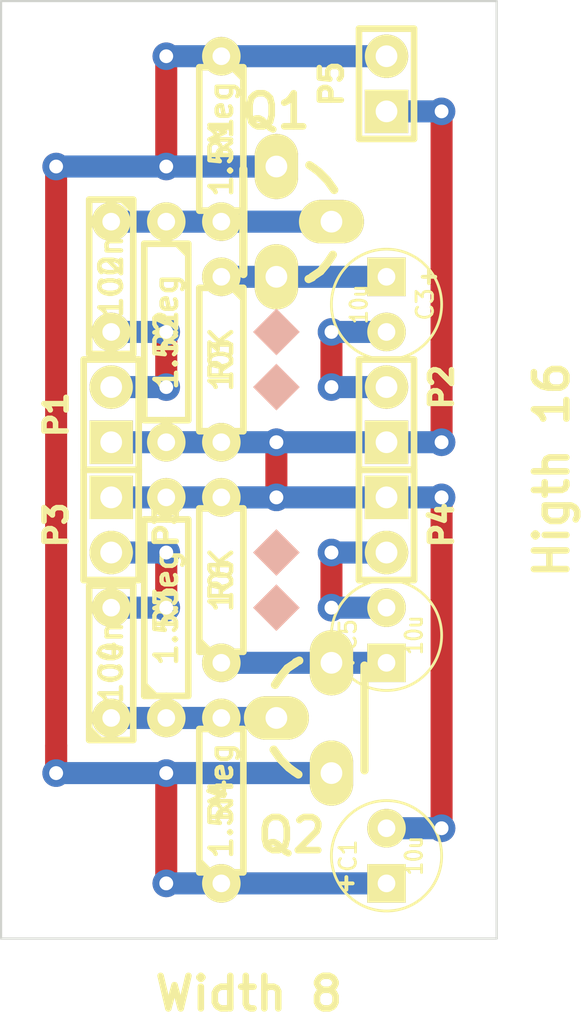
<source format=kicad_pcb>
(kicad_pcb (version 4) (host pcbnew "(2014-12-07 BZR 5316)-product")

  (general
    (links 32)
    (no_connects 0)
    (area 119.329999 81.229999 143.056429 124.510001)
    (thickness 1.6)
    (drawings 6)
    (tracks 84)
    (zones 0)
    (modules 24)
    (nets 11)
  )

  (page A4)
  (layers
    (0 F.Cu signal)
    (31 B.Cu signal)
    (32 B.Adhes user)
    (33 F.Adhes user)
    (34 B.Paste user)
    (35 F.Paste user)
    (36 B.SilkS user)
    (37 F.SilkS user)
    (38 B.Mask user)
    (39 F.Mask user)
    (40 Dwgs.User user)
    (41 Cmts.User user)
    (42 Eco1.User user)
    (43 Eco2.User user)
    (44 Edge.Cuts user)
    (45 Margin user)
    (46 B.CrtYd user)
    (47 F.CrtYd user)
    (48 B.Fab user)
    (49 F.Fab user)
  )

  (setup
    (last_trace_width 1.016)
    (trace_clearance 0.254)
    (zone_clearance 0.508)
    (zone_45_only no)
    (trace_min 0.254)
    (segment_width 0.2)
    (edge_width 0.1)
    (via_size 1.27)
    (via_drill 0.635)
    (via_min_size 0.889)
    (via_min_drill 0.508)
    (uvia_size 0.508)
    (uvia_drill 0.127)
    (uvias_allowed no)
    (uvia_min_size 0.508)
    (uvia_min_drill 0.127)
    (pcb_text_width 0.3)
    (pcb_text_size 1.5 1.5)
    (mod_edge_width 0.15)
    (mod_text_size 1 1)
    (mod_text_width 0.15)
    (pad_size 1.5 1.5)
    (pad_drill 0.6)
    (pad_to_mask_clearance 0)
    (aux_axis_origin 0 0)
    (visible_elements 7FFEFFFF)
    (pcbplotparams
      (layerselection 0x00030_80000001)
      (usegerberextensions false)
      (excludeedgelayer true)
      (linewidth 0.100000)
      (plotframeref false)
      (viasonmask false)
      (mode 1)
      (useauxorigin false)
      (hpglpennumber 1)
      (hpglpenspeed 20)
      (hpglpendiameter 15)
      (hpglpenoverlay 2)
      (psnegative false)
      (psa4output false)
      (plotreference true)
      (plotvalue true)
      (plotinvisibletext false)
      (padsonsilk false)
      (subtractmaskfromsilk false)
      (outputformat 1)
      (mirror false)
      (drillshape 1)
      (scaleselection 1)
      (outputdirectory ""))
  )

  (net 0 "")
  (net 1 V+)
  (net 2 GND)
  (net 3 "Net-(C2-Pad1)")
  (net 4 "Net-(C2-Pad2)")
  (net 5 "Net-(C3-Pad1)")
  (net 6 "Net-(C3-Pad2)")
  (net 7 "Net-(C4-Pad1)")
  (net 8 "Net-(C4-Pad2)")
  (net 9 "Net-(C5-Pad1)")
  (net 10 "Net-(C5-Pad2)")

  (net_class Default "This is the default net class."
    (clearance 0.254)
    (trace_width 1.016)
    (via_dia 1.27)
    (via_drill 0.635)
    (uvia_dia 0.508)
    (uvia_drill 0.127)
    (add_net GND)
    (add_net "Net-(C2-Pad1)")
    (add_net "Net-(C2-Pad2)")
    (add_net "Net-(C3-Pad1)")
    (add_net "Net-(C3-Pad2)")
    (add_net "Net-(C4-Pad1)")
    (add_net "Net-(C4-Pad2)")
    (add_net "Net-(C5-Pad1)")
    (add_net "Net-(C5-Pad2)")
    (add_net V+)
  )

  (module Housings_TO-92:TO-92-Free-rugged (layer F.Cu) (tedit 54397F7F) (tstamp 54B2E998)
    (at 134.62 114.3 180)
    (descr "TO-92 allgemein free molded rugged wide drill 1mm")
    (tags "TO-92 allgemein free molded rugged wide drill 1mm")
    (path /54B2DBCF)
    (fp_text reference Q2 (at 1.8415 -5.3975 180) (layer F.SilkS)
      (effects (font (thickness 0.3048)))
    )
    (fp_text value BS170 (at -0.635 5.334 180) (layer F.SilkS) hide
      (effects (font (thickness 0.3048)))
    )
    (fp_line (start 1.651 2.5654) (end 1.4859 2.6416) (layer F.SilkS) (width 0.381))
    (fp_line (start 2.6035 1.524) (end 2.3495 1.905) (layer F.SilkS) (width 0.381))
    (fp_line (start 2.3495 1.905) (end 2.032 2.286) (layer F.SilkS) (width 0.381))
    (fp_line (start 2.032 2.286) (end 1.651 2.54) (layer F.SilkS) (width 0.381))
    (fp_line (start 1.524 -2.6035) (end 1.7145 -2.4765) (layer F.SilkS) (width 0.381))
    (fp_line (start 1.7145 -2.4765) (end 1.9685 -2.286) (layer F.SilkS) (width 0.381))
    (fp_line (start 1.9685 -2.286) (end 2.3495 -1.905) (layer F.SilkS) (width 0.381))
    (fp_line (start 2.3495 -1.905) (end 2.667 -1.4605) (layer F.SilkS) (width 0.381))
    (fp_line (start -1.524 0) (end -1.524 2.413) (layer F.SilkS) (width 0.381))
    (fp_line (start -1.524 0) (end -1.524 -2.413) (layer F.SilkS) (width 0.381))
    (pad 2 thru_hole oval (at 2.54 0 180) (size 2.99974 1.99898) (drill 1.00076) (layers *.Cu *.Mask F.SilkS)
      (net 7 "Net-(C4-Pad1)"))
    (pad 1 thru_hole oval (at 0 -2.54 180) (size 1.99898 2.99974) (drill 1.00076) (layers *.Cu *.Mask F.SilkS)
      (net 1 V+))
    (pad 3 thru_hole oval (at 0 2.54 180) (size 1.99898 2.99974) (drill 1.00076) (layers *.Cu *.Mask F.SilkS)
      (net 9 "Net-(C5-Pad1)"))
  )

  (module Custom:SIL-2-LARGE_PADS (layer F.Cu) (tedit 5447964A) (tstamp 54B2EABE)
    (at 137.16 105.41 270)
    (descr "Connecteurs 2 pins")
    (tags "CONN DEV")
    (path /54B2DC17)
    (fp_text reference P4 (at 0 -2.54 270) (layer F.SilkS)
      (effects (font (size 1.016 1.016) (thickness 0.254)))
    )
    (fp_text value OutB (at 0 -2.54 270) (layer F.SilkS) hide
      (effects (font (size 1.016 1.016) (thickness 0.254)))
    )
    (fp_line (start -2.54 1.27) (end -2.54 -1.27) (layer F.SilkS) (width 0.3048))
    (fp_line (start -2.54 -1.27) (end 2.54 -1.27) (layer F.SilkS) (width 0.3048))
    (fp_line (start 2.54 -1.27) (end 2.54 1.27) (layer F.SilkS) (width 0.3048))
    (fp_line (start 2.54 1.27) (end -2.54 1.27) (layer F.SilkS) (width 0.3048))
    (pad 1 thru_hole rect (at -1.27 0 270) (size 2 2) (drill 1) (layers *.Cu *.Mask F.SilkS)
      (net 2 GND))
    (pad 2 thru_hole circle (at 1.27 0 270) (size 2 2) (drill 1) (layers *.Cu *.Mask F.SilkS)
      (net 10 "Net-(C5-Pad2)"))
  )

  (module Custom:SIL-2-LARGE_PADS (layer F.Cu) (tedit 54B2ED9C) (tstamp 54B2E98E)
    (at 124.46 105.41 270)
    (descr "Connecteurs 2 pins")
    (tags "CONN DEV")
    (path /54B2DC10)
    (fp_text reference P3 (at 0 2.54 270) (layer F.SilkS)
      (effects (font (size 1.016 1.016) (thickness 0.254)))
    )
    (fp_text value InB (at 0 -2.54 270) (layer F.SilkS) hide
      (effects (font (size 1.016 1.016) (thickness 0.254)))
    )
    (fp_line (start -2.54 1.27) (end -2.54 -1.27) (layer F.SilkS) (width 0.3048))
    (fp_line (start -2.54 -1.27) (end 2.54 -1.27) (layer F.SilkS) (width 0.3048))
    (fp_line (start 2.54 -1.27) (end 2.54 1.27) (layer F.SilkS) (width 0.3048))
    (fp_line (start 2.54 1.27) (end -2.54 1.27) (layer F.SilkS) (width 0.3048))
    (pad 1 thru_hole rect (at -1.27 0 270) (size 2 2) (drill 1) (layers *.Cu *.Mask F.SilkS)
      (net 2 GND))
    (pad 2 thru_hole circle (at 1.27 0 270) (size 2 2) (drill 1) (layers *.Cu *.Mask F.SilkS)
      (net 8 "Net-(C4-Pad2)"))
  )

  (module Custom:C1V5-LARGE_PADS (layer F.Cu) (tedit 545FB66B) (tstamp 54B2E989)
    (at 137.16 110.49 90)
    (descr "Condensateur e = 1 pas")
    (tags C)
    (path /54B2DBF4)
    (fp_text reference C5 (at 0 -1.778 90) (layer F.SilkS)
      (effects (font (size 0.762 0.762) (thickness 0.127)))
    )
    (fp_text value 10u (at 0 1.27 90) (layer F.SilkS)
      (effects (font (size 0.762 0.635) (thickness 0.127)))
    )
    (fp_text user + (at -1.27 -1.905 90) (layer F.SilkS)
      (effects (font (size 0.762 0.762) (thickness 0.1778)))
    )
    (fp_circle (center 0 0) (end 0.127 -2.54) (layer F.SilkS) (width 0.127))
    (pad 1 thru_hole rect (at -1.27 0 90) (size 1.778 1.778) (drill 0.8128) (layers *.Cu *.Mask F.SilkS)
      (net 9 "Net-(C5-Pad1)"))
    (pad 2 thru_hole circle (at 1.27 0 90) (size 1.778 1.778) (drill 0.8128) (layers *.Cu *.Mask F.SilkS)
      (net 10 "Net-(C5-Pad2)"))
    (model discret/c_vert_c1v5.wrl
      (at (xyz 0 0 0))
      (scale (xyz 1 1 1))
      (rotate (xyz 0 0 0))
    )
  )

  (module Custom:C2-LARGE_PADS (layer F.Cu) (tedit 544816E5) (tstamp 54B2E984)
    (at 124.46 111.76 90)
    (descr "Condensateur = 2 pas")
    (tags C)
    (path /54B2DBEE)
    (fp_text reference C4 (at 0 0 90) (layer F.SilkS)
      (effects (font (size 1 1) (thickness 0.2032)))
    )
    (fp_text value 100n (at 0 0 90) (layer F.SilkS)
      (effects (font (size 1 1) (thickness 0.2032)))
    )
    (fp_line (start -3.556 -1.016) (end 3.556 -1.016) (layer F.SilkS) (width 0.3048))
    (fp_line (start 3.556 -1.016) (end 3.556 1.016) (layer F.SilkS) (width 0.3048))
    (fp_line (start 3.556 1.016) (end -3.556 1.016) (layer F.SilkS) (width 0.3048))
    (fp_line (start -3.556 1.016) (end -3.556 -1.016) (layer F.SilkS) (width 0.3048))
    (fp_line (start -3.556 -0.508) (end -3.048 -1.016) (layer F.SilkS) (width 0.3048))
    (pad 1 thru_hole circle (at -2.54 0 90) (size 1.778 1.778) (drill 0.8128) (layers *.Cu *.Mask F.SilkS)
      (net 7 "Net-(C4-Pad1)"))
    (pad 2 thru_hole circle (at 2.54 0 90) (size 1.778 1.778) (drill 0.8128) (layers *.Cu *.Mask F.SilkS)
      (net 8 "Net-(C4-Pad2)"))
    (model discret/capa_2pas_5x5mm.wrl
      (at (xyz 0 0 0))
      (scale (xyz 1 1 1))
      (rotate (xyz 0 0 0))
    )
  )

  (module Custom:C1V5-LARGE_PADS (layer F.Cu) (tedit 545FB66B) (tstamp 54B2E97F)
    (at 137.16 120.65 90)
    (descr "Condensateur e = 1 pas")
    (tags C)
    (path /54B2D9A5)
    (fp_text reference C1 (at 0 -1.778 90) (layer F.SilkS)
      (effects (font (size 0.762 0.762) (thickness 0.127)))
    )
    (fp_text value 10u (at 0 1.27 90) (layer F.SilkS)
      (effects (font (size 0.762 0.635) (thickness 0.127)))
    )
    (fp_text user + (at -1.27 -1.905 90) (layer F.SilkS)
      (effects (font (size 0.762 0.762) (thickness 0.1778)))
    )
    (fp_circle (center 0 0) (end 0.127 -2.54) (layer F.SilkS) (width 0.127))
    (pad 1 thru_hole rect (at -1.27 0 90) (size 1.778 1.778) (drill 0.8128) (layers *.Cu *.Mask F.SilkS)
      (net 1 V+))
    (pad 2 thru_hole circle (at 1.27 0 90) (size 1.778 1.778) (drill 0.8128) (layers *.Cu *.Mask F.SilkS)
      (net 2 GND))
    (model discret/c_vert_c1v5.wrl
      (at (xyz 0 0 0))
      (scale (xyz 1 1 1))
      (rotate (xyz 0 0 0))
    )
  )

  (module Custom:R3-LARGE_PADS (layer F.Cu) (tedit 544816C3) (tstamp 54B2E97A)
    (at 129.54 107.95 90)
    (descr "Resitance 3 pas")
    (tags R)
    (path /54B2DBE1)
    (autoplace_cost180 10)
    (fp_text reference R6 (at 0 0 90) (layer F.SilkS)
      (effects (font (size 1 1) (thickness 0.2032)))
    )
    (fp_text value 10K (at 0 0 90) (layer F.SilkS)
      (effects (font (size 1 1) (thickness 0.2032)))
    )
    (fp_line (start -3.81 0) (end -3.302 0) (layer F.SilkS) (width 0.3048))
    (fp_line (start 3.81 0) (end 3.302 0) (layer F.SilkS) (width 0.3048))
    (fp_line (start 3.302 0) (end 3.302 -1.016) (layer F.SilkS) (width 0.3048))
    (fp_line (start 3.302 -1.016) (end -3.302 -1.016) (layer F.SilkS) (width 0.3048))
    (fp_line (start -3.302 -1.016) (end -3.302 1.016) (layer F.SilkS) (width 0.3048))
    (fp_line (start -3.302 1.016) (end 3.302 1.016) (layer F.SilkS) (width 0.3048))
    (fp_line (start 3.302 1.016) (end 3.302 0) (layer F.SilkS) (width 0.3048))
    (fp_line (start -3.302 -0.508) (end -2.794 -1.016) (layer F.SilkS) (width 0.3048))
    (pad 1 thru_hole circle (at -3.81 0 90) (size 1.778 1.778) (drill 0.8128) (layers *.Cu *.Mask F.SilkS)
      (net 9 "Net-(C5-Pad1)"))
    (pad 2 thru_hole circle (at 3.81 0 90) (size 1.778 1.778) (drill 0.8128) (layers *.Cu *.Mask F.SilkS)
      (net 2 GND))
    (model discret/resistor.wrl
      (at (xyz 0 0 0))
      (scale (xyz 0.3 0.3 0.3))
      (rotate (xyz 0 0 0))
    )
  )

  (module Custom:R3-LARGE_PADS (layer F.Cu) (tedit 544816C3) (tstamp 54B2E975)
    (at 129.54 118.11 90)
    (descr "Resitance 3 pas")
    (tags R)
    (path /54B2DBD5)
    (autoplace_cost180 10)
    (fp_text reference R4 (at 0 0 90) (layer F.SilkS)
      (effects (font (size 1 1) (thickness 0.2032)))
    )
    (fp_text value 1.5Meg (at 0 0 90) (layer F.SilkS)
      (effects (font (size 1 1) (thickness 0.2032)))
    )
    (fp_line (start -3.81 0) (end -3.302 0) (layer F.SilkS) (width 0.3048))
    (fp_line (start 3.81 0) (end 3.302 0) (layer F.SilkS) (width 0.3048))
    (fp_line (start 3.302 0) (end 3.302 -1.016) (layer F.SilkS) (width 0.3048))
    (fp_line (start 3.302 -1.016) (end -3.302 -1.016) (layer F.SilkS) (width 0.3048))
    (fp_line (start -3.302 -1.016) (end -3.302 1.016) (layer F.SilkS) (width 0.3048))
    (fp_line (start -3.302 1.016) (end 3.302 1.016) (layer F.SilkS) (width 0.3048))
    (fp_line (start 3.302 1.016) (end 3.302 0) (layer F.SilkS) (width 0.3048))
    (fp_line (start -3.302 -0.508) (end -2.794 -1.016) (layer F.SilkS) (width 0.3048))
    (pad 1 thru_hole circle (at -3.81 0 90) (size 1.778 1.778) (drill 0.8128) (layers *.Cu *.Mask F.SilkS)
      (net 1 V+))
    (pad 2 thru_hole circle (at 3.81 0 90) (size 1.778 1.778) (drill 0.8128) (layers *.Cu *.Mask F.SilkS)
      (net 7 "Net-(C4-Pad1)"))
    (model discret/resistor.wrl
      (at (xyz 0 0 0))
      (scale (xyz 0.3 0.3 0.3))
      (rotate (xyz 0 0 0))
    )
  )

  (module Custom:C2-LARGE_PADS (layer F.Cu) (tedit 544816E5) (tstamp 54B2D83C)
    (at 124.46 93.98 270)
    (descr "Condensateur = 2 pas")
    (tags C)
    (path /54B2D1EE)
    (fp_text reference C2 (at 0 0 270) (layer F.SilkS)
      (effects (font (size 1 1) (thickness 0.2032)))
    )
    (fp_text value 100n (at 0 0 270) (layer F.SilkS)
      (effects (font (size 1 1) (thickness 0.2032)))
    )
    (fp_line (start -3.556 -1.016) (end 3.556 -1.016) (layer F.SilkS) (width 0.3048))
    (fp_line (start 3.556 -1.016) (end 3.556 1.016) (layer F.SilkS) (width 0.3048))
    (fp_line (start 3.556 1.016) (end -3.556 1.016) (layer F.SilkS) (width 0.3048))
    (fp_line (start -3.556 1.016) (end -3.556 -1.016) (layer F.SilkS) (width 0.3048))
    (fp_line (start -3.556 -0.508) (end -3.048 -1.016) (layer F.SilkS) (width 0.3048))
    (pad 1 thru_hole circle (at -2.54 0 270) (size 1.778 1.778) (drill 0.8128) (layers *.Cu *.Mask F.SilkS)
      (net 3 "Net-(C2-Pad1)"))
    (pad 2 thru_hole circle (at 2.54 0 270) (size 1.778 1.778) (drill 0.8128) (layers *.Cu *.Mask F.SilkS)
      (net 4 "Net-(C2-Pad2)"))
    (model discret/capa_2pas_5x5mm.wrl
      (at (xyz 0 0 0))
      (scale (xyz 1 1 1))
      (rotate (xyz 0 0 0))
    )
  )

  (module Custom:C1V5-LARGE_PADS (layer F.Cu) (tedit 545FB66B) (tstamp 54B2D842)
    (at 137.16 95.25 270)
    (descr "Condensateur e = 1 pas")
    (tags C)
    (path /54B2D22D)
    (fp_text reference C3 (at 0 -1.778 270) (layer F.SilkS)
      (effects (font (size 0.762 0.762) (thickness 0.127)))
    )
    (fp_text value 10u (at 0 1.27 270) (layer F.SilkS)
      (effects (font (size 0.762 0.635) (thickness 0.127)))
    )
    (fp_text user + (at -1.27 -1.905 270) (layer F.SilkS)
      (effects (font (size 0.762 0.762) (thickness 0.1778)))
    )
    (fp_circle (center 0 0) (end 0.127 -2.54) (layer F.SilkS) (width 0.127))
    (pad 1 thru_hole rect (at -1.27 0 270) (size 1.778 1.778) (drill 0.8128) (layers *.Cu *.Mask F.SilkS)
      (net 5 "Net-(C3-Pad1)"))
    (pad 2 thru_hole circle (at 1.27 0 270) (size 1.778 1.778) (drill 0.8128) (layers *.Cu *.Mask F.SilkS)
      (net 6 "Net-(C3-Pad2)"))
    (model discret/c_vert_c1v5.wrl
      (at (xyz 0 0 0))
      (scale (xyz 1 1 1))
      (rotate (xyz 0 0 0))
    )
  )

  (module Custom:SIL-2-LARGE_PADS (layer F.Cu) (tedit 5447964A) (tstamp 54B2D854)
    (at 124.46 100.33 90)
    (descr "Connecteurs 2 pins")
    (tags "CONN DEV")
    (path /54B2D777)
    (fp_text reference P1 (at 0 -2.54 90) (layer F.SilkS)
      (effects (font (size 1.016 1.016) (thickness 0.254)))
    )
    (fp_text value InA (at 0 -2.54 90) (layer F.SilkS) hide
      (effects (font (size 1.016 1.016) (thickness 0.254)))
    )
    (fp_line (start -2.54 1.27) (end -2.54 -1.27) (layer F.SilkS) (width 0.3048))
    (fp_line (start -2.54 -1.27) (end 2.54 -1.27) (layer F.SilkS) (width 0.3048))
    (fp_line (start 2.54 -1.27) (end 2.54 1.27) (layer F.SilkS) (width 0.3048))
    (fp_line (start 2.54 1.27) (end -2.54 1.27) (layer F.SilkS) (width 0.3048))
    (pad 1 thru_hole rect (at -1.27 0 90) (size 2 2) (drill 1) (layers *.Cu *.Mask F.SilkS)
      (net 2 GND))
    (pad 2 thru_hole circle (at 1.27 0 90) (size 2 2) (drill 1) (layers *.Cu *.Mask F.SilkS)
      (net 4 "Net-(C2-Pad2)"))
  )

  (module Custom:SIL-2-LARGE_PADS (layer F.Cu) (tedit 54B2ED77) (tstamp 54B2EAC5)
    (at 137.16 100.33 90)
    (descr "Connecteurs 2 pins")
    (tags "CONN DEV")
    (path /54B2D88C)
    (fp_text reference P2 (at 1.27 2.54 90) (layer F.SilkS)
      (effects (font (size 1.016 1.016) (thickness 0.254)))
    )
    (fp_text value OutA (at 0 -2.54 90) (layer F.SilkS) hide
      (effects (font (size 1.016 1.016) (thickness 0.254)))
    )
    (fp_line (start -2.54 1.27) (end -2.54 -1.27) (layer F.SilkS) (width 0.3048))
    (fp_line (start -2.54 -1.27) (end 2.54 -1.27) (layer F.SilkS) (width 0.3048))
    (fp_line (start 2.54 -1.27) (end 2.54 1.27) (layer F.SilkS) (width 0.3048))
    (fp_line (start 2.54 1.27) (end -2.54 1.27) (layer F.SilkS) (width 0.3048))
    (pad 1 thru_hole rect (at -1.27 0 90) (size 2 2) (drill 1) (layers *.Cu *.Mask F.SilkS)
      (net 2 GND))
    (pad 2 thru_hole circle (at 1.27 0 90) (size 2 2) (drill 1) (layers *.Cu *.Mask F.SilkS)
      (net 6 "Net-(C3-Pad2)"))
  )

  (module Custom:SIL-2-LARGE_PADS (layer F.Cu) (tedit 5447964A) (tstamp 54B2D860)
    (at 124.46 105.41 270)
    (descr "Connecteurs 2 pins")
    (tags "CONN DEV")
    (path /54B2DC10)
    (fp_text reference P3 (at 0 -2.54 270) (layer F.SilkS)
      (effects (font (size 1.016 1.016) (thickness 0.254)))
    )
    (fp_text value CONN_2 (at 0 -2.54 270) (layer F.SilkS) hide
      (effects (font (size 1.016 1.016) (thickness 0.254)))
    )
    (fp_line (start -2.54 1.27) (end -2.54 -1.27) (layer F.SilkS) (width 0.3048))
    (fp_line (start -2.54 -1.27) (end 2.54 -1.27) (layer F.SilkS) (width 0.3048))
    (fp_line (start 2.54 -1.27) (end 2.54 1.27) (layer F.SilkS) (width 0.3048))
    (fp_line (start 2.54 1.27) (end -2.54 1.27) (layer F.SilkS) (width 0.3048))
    (pad 1 thru_hole rect (at -1.27 0 270) (size 2 2) (drill 1) (layers *.Cu *.Mask F.SilkS)
      (net 2 GND))
    (pad 2 thru_hole circle (at 1.27 0 270) (size 2 2) (drill 1) (layers *.Cu *.Mask F.SilkS)
      (net 8 "Net-(C4-Pad2)"))
  )

  (module Custom:SIL-2-LARGE_PADS (layer F.Cu) (tedit 5447964A) (tstamp 54B2D866)
    (at 137.16 105.41 270)
    (descr "Connecteurs 2 pins")
    (tags "CONN DEV")
    (path /54B2DC17)
    (fp_text reference P4 (at 0 -2.54 270) (layer F.SilkS)
      (effects (font (size 1.016 1.016) (thickness 0.254)))
    )
    (fp_text value CONN_2 (at 0 -2.54 270) (layer F.SilkS) hide
      (effects (font (size 1.016 1.016) (thickness 0.254)))
    )
    (fp_line (start -2.54 1.27) (end -2.54 -1.27) (layer F.SilkS) (width 0.3048))
    (fp_line (start -2.54 -1.27) (end 2.54 -1.27) (layer F.SilkS) (width 0.3048))
    (fp_line (start 2.54 -1.27) (end 2.54 1.27) (layer F.SilkS) (width 0.3048))
    (fp_line (start 2.54 1.27) (end -2.54 1.27) (layer F.SilkS) (width 0.3048))
    (pad 1 thru_hole rect (at -1.27 0 270) (size 2 2) (drill 1) (layers *.Cu *.Mask F.SilkS)
      (net 2 GND))
    (pad 2 thru_hole circle (at 1.27 0 270) (size 2 2) (drill 1) (layers *.Cu *.Mask F.SilkS)
      (net 10 "Net-(C5-Pad2)"))
  )

  (module Custom:SIL-2-LARGE_PADS (layer F.Cu) (tedit 5447964A) (tstamp 54B2D86C)
    (at 137.16 85.09 90)
    (descr "Connecteurs 2 pins")
    (tags "CONN DEV")
    (path /54B2EDE7)
    (fp_text reference P5 (at 0 -2.54 90) (layer F.SilkS)
      (effects (font (size 1.016 1.016) (thickness 0.254)))
    )
    (fp_text value Power (at 0 -2.54 90) (layer F.SilkS) hide
      (effects (font (size 1.016 1.016) (thickness 0.254)))
    )
    (fp_line (start -2.54 1.27) (end -2.54 -1.27) (layer F.SilkS) (width 0.3048))
    (fp_line (start -2.54 -1.27) (end 2.54 -1.27) (layer F.SilkS) (width 0.3048))
    (fp_line (start 2.54 -1.27) (end 2.54 1.27) (layer F.SilkS) (width 0.3048))
    (fp_line (start 2.54 1.27) (end -2.54 1.27) (layer F.SilkS) (width 0.3048))
    (pad 1 thru_hole rect (at -1.27 0 90) (size 2 2) (drill 1) (layers *.Cu *.Mask F.SilkS)
      (net 2 GND))
    (pad 2 thru_hole circle (at 1.27 0 90) (size 2 2) (drill 1) (layers *.Cu *.Mask F.SilkS)
      (net 1 V+))
  )

  (module Housings_TO-92:TO-92-Free-rugged (layer F.Cu) (tedit 54B2ED87) (tstamp 54B2EAD5)
    (at 132.08 91.44)
    (descr "TO-92 allgemein free molded rugged wide drill 1mm")
    (tags "TO-92 allgemein free molded rugged wide drill 1mm")
    (path /54B2D049)
    (fp_text reference Q1 (at 0 -5.08) (layer F.SilkS)
      (effects (font (thickness 0.3048)))
    )
    (fp_text value BS170 (at -0.635 5.334) (layer F.SilkS) hide
      (effects (font (thickness 0.3048)))
    )
    (fp_line (start 1.651 2.5654) (end 1.4859 2.6416) (layer F.SilkS) (width 0.381))
    (fp_line (start 2.6035 1.524) (end 2.3495 1.905) (layer F.SilkS) (width 0.381))
    (fp_line (start 2.3495 1.905) (end 2.032 2.286) (layer F.SilkS) (width 0.381))
    (fp_line (start 2.032 2.286) (end 1.651 2.54) (layer F.SilkS) (width 0.381))
    (fp_line (start 1.524 -2.6035) (end 1.7145 -2.4765) (layer F.SilkS) (width 0.381))
    (fp_line (start 1.7145 -2.4765) (end 1.9685 -2.286) (layer F.SilkS) (width 0.381))
    (fp_line (start 1.9685 -2.286) (end 2.3495 -1.905) (layer F.SilkS) (width 0.381))
    (fp_line (start 2.3495 -1.905) (end 2.667 -1.4605) (layer F.SilkS) (width 0.381))
    (fp_line (start -1.524 0) (end -1.524 2.413) (layer F.SilkS) (width 0.381))
    (fp_line (start -1.524 0) (end -1.524 -2.413) (layer F.SilkS) (width 0.381))
    (pad 2 thru_hole oval (at 2.54 0) (size 2.99974 1.99898) (drill 1.00076) (layers *.Cu *.Mask F.SilkS)
      (net 3 "Net-(C2-Pad1)"))
    (pad 1 thru_hole oval (at 0 -2.54) (size 1.99898 2.99974) (drill 1.00076) (layers *.Cu *.Mask F.SilkS)
      (net 1 V+))
    (pad 3 thru_hole oval (at 0 2.54) (size 1.99898 2.99974) (drill 1.00076) (layers *.Cu *.Mask F.SilkS)
      (net 5 "Net-(C3-Pad1)"))
  )

  (module Custom:R3-LARGE_PADS (layer F.Cu) (tedit 544816C3) (tstamp 54B2D880)
    (at 129.54 87.63 270)
    (descr "Resitance 3 pas")
    (tags R)
    (path /54B2D0ED)
    (autoplace_cost180 10)
    (fp_text reference R1 (at 0 0 270) (layer F.SilkS)
      (effects (font (size 1 1) (thickness 0.2032)))
    )
    (fp_text value 1.5Meg (at 0 0 270) (layer F.SilkS)
      (effects (font (size 1 1) (thickness 0.2032)))
    )
    (fp_line (start -3.81 0) (end -3.302 0) (layer F.SilkS) (width 0.3048))
    (fp_line (start 3.81 0) (end 3.302 0) (layer F.SilkS) (width 0.3048))
    (fp_line (start 3.302 0) (end 3.302 -1.016) (layer F.SilkS) (width 0.3048))
    (fp_line (start 3.302 -1.016) (end -3.302 -1.016) (layer F.SilkS) (width 0.3048))
    (fp_line (start -3.302 -1.016) (end -3.302 1.016) (layer F.SilkS) (width 0.3048))
    (fp_line (start -3.302 1.016) (end 3.302 1.016) (layer F.SilkS) (width 0.3048))
    (fp_line (start 3.302 1.016) (end 3.302 0) (layer F.SilkS) (width 0.3048))
    (fp_line (start -3.302 -0.508) (end -2.794 -1.016) (layer F.SilkS) (width 0.3048))
    (pad 1 thru_hole circle (at -3.81 0 270) (size 1.778 1.778) (drill 0.8128) (layers *.Cu *.Mask F.SilkS)
      (net 1 V+))
    (pad 2 thru_hole circle (at 3.81 0 270) (size 1.778 1.778) (drill 0.8128) (layers *.Cu *.Mask F.SilkS)
      (net 3 "Net-(C2-Pad1)"))
    (model discret/resistor.wrl
      (at (xyz 0 0 0))
      (scale (xyz 0.3 0.3 0.3))
      (rotate (xyz 0 0 0))
    )
  )

  (module Custom:R3-LARGE_PADS (layer F.Cu) (tedit 544816C3) (tstamp 54B2D88C)
    (at 129.54 97.79 270)
    (descr "Resitance 3 pas")
    (tags R)
    (path /54B2D133)
    (autoplace_cost180 10)
    (fp_text reference R3 (at 0 0 270) (layer F.SilkS)
      (effects (font (size 1 1) (thickness 0.2032)))
    )
    (fp_text value 10K (at 0 0 270) (layer F.SilkS)
      (effects (font (size 1 1) (thickness 0.2032)))
    )
    (fp_line (start -3.81 0) (end -3.302 0) (layer F.SilkS) (width 0.3048))
    (fp_line (start 3.81 0) (end 3.302 0) (layer F.SilkS) (width 0.3048))
    (fp_line (start 3.302 0) (end 3.302 -1.016) (layer F.SilkS) (width 0.3048))
    (fp_line (start 3.302 -1.016) (end -3.302 -1.016) (layer F.SilkS) (width 0.3048))
    (fp_line (start -3.302 -1.016) (end -3.302 1.016) (layer F.SilkS) (width 0.3048))
    (fp_line (start -3.302 1.016) (end 3.302 1.016) (layer F.SilkS) (width 0.3048))
    (fp_line (start 3.302 1.016) (end 3.302 0) (layer F.SilkS) (width 0.3048))
    (fp_line (start -3.302 -0.508) (end -2.794 -1.016) (layer F.SilkS) (width 0.3048))
    (pad 1 thru_hole circle (at -3.81 0 270) (size 1.778 1.778) (drill 0.8128) (layers *.Cu *.Mask F.SilkS)
      (net 5 "Net-(C3-Pad1)"))
    (pad 2 thru_hole circle (at 3.81 0 270) (size 1.778 1.778) (drill 0.8128) (layers *.Cu *.Mask F.SilkS)
      (net 2 GND))
    (model discret/resistor.wrl
      (at (xyz 0 0 0))
      (scale (xyz 0.3 0.3 0.3))
      (rotate (xyz 0 0 0))
    )
  )

  (module Custom:R4-LARGE_PADS (layer F.Cu) (tedit 544816AE) (tstamp 54B2EF24)
    (at 127 109.22 90)
    (descr "Resitance 4 pas")
    (tags R)
    (path /54B2DBDB)
    (autoplace_cost180 10)
    (fp_text reference R5 (at 0 0 90) (layer F.SilkS)
      (effects (font (size 1 1) (thickness 0.2032)))
    )
    (fp_text value 1.5Meg (at 0 0 90) (layer F.SilkS)
      (effects (font (size 1 1) (thickness 0.2032)))
    )
    (fp_line (start -5.08 0) (end -4.064 0) (layer F.SilkS) (width 0.3048))
    (fp_line (start -4.064 0) (end -4.064 -1.016) (layer F.SilkS) (width 0.3048))
    (fp_line (start -4.064 -1.016) (end 4.064 -1.016) (layer F.SilkS) (width 0.3048))
    (fp_line (start 4.064 -1.016) (end 4.064 1.016) (layer F.SilkS) (width 0.3048))
    (fp_line (start 4.064 1.016) (end -4.064 1.016) (layer F.SilkS) (width 0.3048))
    (fp_line (start -4.064 1.016) (end -4.064 0) (layer F.SilkS) (width 0.3048))
    (fp_line (start -4.064 -0.508) (end -3.556 -1.016) (layer F.SilkS) (width 0.3048))
    (fp_line (start 5.08 0) (end 4.064 0) (layer F.SilkS) (width 0.3048))
    (pad 1 thru_hole circle (at -5.08 0 90) (size 1.778 1.778) (drill 0.8128) (layers *.Cu *.Mask F.SilkS)
      (net 7 "Net-(C4-Pad1)"))
    (pad 2 thru_hole circle (at 5.08 0 90) (size 1.778 1.778) (drill 0.8128) (layers *.Cu *.Mask F.SilkS)
      (net 2 GND))
    (model discret/resistor.wrl
      (at (xyz 0 0 0))
      (scale (xyz 0.4 0.4 0.4))
      (rotate (xyz 0 0 0))
    )
  )

  (module Custom:R4-LARGE_PADS (layer F.Cu) (tedit 544816AE) (tstamp 54B2EF1F)
    (at 127 96.52 270)
    (descr "Resitance 4 pas")
    (tags R)
    (path /54B2D114)
    (autoplace_cost180 10)
    (fp_text reference R2 (at 0 0 270) (layer F.SilkS)
      (effects (font (size 1 1) (thickness 0.2032)))
    )
    (fp_text value 1.5Meg (at 0 0 270) (layer F.SilkS)
      (effects (font (size 1 1) (thickness 0.2032)))
    )
    (fp_line (start -5.08 0) (end -4.064 0) (layer F.SilkS) (width 0.3048))
    (fp_line (start -4.064 0) (end -4.064 -1.016) (layer F.SilkS) (width 0.3048))
    (fp_line (start -4.064 -1.016) (end 4.064 -1.016) (layer F.SilkS) (width 0.3048))
    (fp_line (start 4.064 -1.016) (end 4.064 1.016) (layer F.SilkS) (width 0.3048))
    (fp_line (start 4.064 1.016) (end -4.064 1.016) (layer F.SilkS) (width 0.3048))
    (fp_line (start -4.064 1.016) (end -4.064 0) (layer F.SilkS) (width 0.3048))
    (fp_line (start -4.064 -0.508) (end -3.556 -1.016) (layer F.SilkS) (width 0.3048))
    (fp_line (start 5.08 0) (end 4.064 0) (layer F.SilkS) (width 0.3048))
    (pad 1 thru_hole circle (at -5.08 0 270) (size 1.778 1.778) (drill 0.8128) (layers *.Cu *.Mask F.SilkS)
      (net 3 "Net-(C2-Pad1)"))
    (pad 2 thru_hole circle (at 5.08 0 270) (size 1.778 1.778) (drill 0.8128) (layers *.Cu *.Mask F.SilkS)
      (net 2 GND))
    (model discret/resistor.wrl
      (at (xyz 0 0 0))
      (scale (xyz 0.4 0.4 0.4))
      (rotate (xyz 0 0 0))
    )
  )

  (module Custom:track_drill (layer F.Cu) (tedit 54B2AFB3) (tstamp 54B2EF62)
    (at 132.08 96.52)
    (fp_text reference o (at 0 0) (layer F.SilkS) hide
      (effects (font (size 1.5 1.5) (thickness 0.15)))
    )
    (fp_text value "" (at 0 2.54) (layer F.SilkS) hide
      (effects (font (size 1.5 1.5) (thickness 0.15)))
    )
    (pad 1 connect rect (at 0 0 45) (size 1.524 1.524) (layers *.Mask B.SilkS Dwgs.User)
      (die_length 0.254))
  )

  (module Custom:track_drill (layer F.Cu) (tedit 54B2AFB3) (tstamp 54B2EF65)
    (at 132.08 99.06)
    (fp_text reference o (at 0 0) (layer F.SilkS) hide
      (effects (font (size 1.5 1.5) (thickness 0.15)))
    )
    (fp_text value "" (at 0 2.54) (layer F.SilkS) hide
      (effects (font (size 1.5 1.5) (thickness 0.15)))
    )
    (pad 1 connect rect (at 0 0 45) (size 1.524 1.524) (layers *.Mask B.SilkS Dwgs.User)
      (die_length 0.254))
  )

  (module Custom:track_drill (layer F.Cu) (tedit 54B2AFB3) (tstamp 54B2EF67)
    (at 132.08 106.68)
    (fp_text reference o (at 0 0) (layer F.SilkS) hide
      (effects (font (size 1.5 1.5) (thickness 0.15)))
    )
    (fp_text value "" (at 0 2.54) (layer F.SilkS) hide
      (effects (font (size 1.5 1.5) (thickness 0.15)))
    )
    (pad 1 connect rect (at 0 0 45) (size 1.524 1.524) (layers *.Mask B.SilkS Dwgs.User)
      (die_length 0.254))
  )

  (module Custom:track_drill (layer F.Cu) (tedit 54B2AFB3) (tstamp 54B2EF69)
    (at 132.08 109.22)
    (fp_text reference o (at 0 0) (layer F.SilkS) hide
      (effects (font (size 1.5 1.5) (thickness 0.15)))
    )
    (fp_text value "" (at 0 2.54) (layer F.SilkS) hide
      (effects (font (size 1.5 1.5) (thickness 0.15)))
    )
    (pad 1 connect rect (at 0 0 45) (size 1.524 1.524) (layers *.Mask B.SilkS Dwgs.User)
      (die_length 0.254))
  )

  (gr_text "Width 8" (at 130.81 127) (layer F.SilkS)
    (effects (font (size 1.5 1.5) (thickness 0.3)))
  )
  (gr_text "Higth 16" (at 144.78 102.87 90) (layer F.SilkS)
    (effects (font (size 1.5 1.5) (thickness 0.3)))
  )
  (gr_line (start 142.24 81.28) (end 119.38 81.28) (angle 90) (layer Edge.Cuts) (width 0.1))
  (gr_line (start 142.24 124.46) (end 142.24 81.28) (angle 90) (layer Edge.Cuts) (width 0.1))
  (gr_line (start 119.38 81.28) (end 119.38 124.46) (angle 90) (layer Edge.Cuts) (width 0.1))
  (gr_line (start 142.24 124.46) (end 119.38 124.46) (angle 90) (layer Edge.Cuts) (width 0.1))

  (via (at 121.92 116.84) (size 1.27) (layers F.Cu B.Cu) (net 1) (tstamp 54B2E9A1))
  (segment (start 134.62 116.84) (end 121.92 116.84) (width 1.016) (layer B.Cu) (net 1) (status 10))
  (segment (start 127 116.84) (end 127 121.92) (width 1.016) (layer F.Cu) (net 1) (tstamp 54B2E607))
  (segment (start 137.16 121.92) (end 129.54 121.92) (width 1.016) (layer B.Cu) (net 1) (status 30))
  (segment (start 132.08 88.9) (end 127 88.9) (width 1.016) (layer B.Cu) (net 1) (status 10))
  (via (at 127 88.9) (size 1.27) (layers F.Cu B.Cu) (net 1))
  (segment (start 127 88.9) (end 127 83.82) (width 1.016) (layer F.Cu) (net 1) (tstamp 54B2E618))
  (via (at 127 83.82) (size 1.27) (layers F.Cu B.Cu) (net 1))
  (segment (start 127 83.82) (end 129.54 83.82) (width 1.016) (layer B.Cu) (net 1) (tstamp 54B2E61B) (status 20))
  (segment (start 137.16 83.82) (end 129.54 83.82) (width 1.016) (layer B.Cu) (net 1) (status 30))
  (segment (start 121.92 88.9) (end 132.08 88.9) (width 1.016) (layer B.Cu) (net 1) (tstamp 54B2E68C) (status 20))
  (via (at 121.92 88.9) (size 1.27) (layers F.Cu B.Cu) (net 1))
  (segment (start 121.92 115.57) (end 121.92 88.9) (width 1.016) (layer F.Cu) (net 1) (tstamp 54B2E687))
  (via (at 127 116.84) (size 1.27) (layers F.Cu B.Cu) (net 1) (tstamp 54B2E9A6))
  (via (at 127 121.92) (size 1.27) (layers F.Cu B.Cu) (net 1) (tstamp 54B2E9A4))
  (segment (start 134.62 116.84) (end 127 116.84) (width 1.016) (layer B.Cu) (net 1) (tstamp 54B2E9A2) (status 10))
  (segment (start 121.92 116.84) (end 121.92 115.57) (width 1.016) (layer F.Cu) (net 1) (tstamp 54B2E9A0))
  (segment (start 121.92 116.84) (end 121.92 115.57) (width 1.016) (layer F.Cu) (net 1) (tstamp 54B2E686))
  (via (at 121.92 116.84) (size 1.27) (layers F.Cu B.Cu) (net 1))
  (segment (start 127 121.92) (end 129.54 121.92) (width 1.016) (layer B.Cu) (net 1) (tstamp 54B2E60A) (status 20))
  (via (at 127 121.92) (size 1.27) (layers F.Cu B.Cu) (net 1))
  (via (at 127 116.84) (size 1.27) (layers F.Cu B.Cu) (net 1))
  (segment (start 137.16 86.36) (end 139.7 86.36) (width 1.016) (layer B.Cu) (net 2) (status 10))
  (via (at 139.7 86.36) (size 1.27) (layers F.Cu B.Cu) (net 2))
  (segment (start 139.7 86.36) (end 139.7 101.6) (width 1.016) (layer F.Cu) (net 2) (tstamp 54B2E526))
  (segment (start 132.08 104.14) (end 132.08 101.6) (width 1.016) (layer F.Cu) (net 2) (tstamp 54B2E483))
  (segment (start 124.46 104.14) (end 127 104.14) (width 1.016) (layer B.Cu) (net 2) (tstamp 54B2E9B6) (status 30))
  (segment (start 127 101.6) (end 124.46 101.6) (width 1.016) (layer B.Cu) (net 2) (tstamp 54B2E9B9) (status 30))
  (segment (start 137.16 104.14) (end 129.54 104.14) (width 1.016) (layer B.Cu) (net 2) (status 30))
  (segment (start 132.08 101.6) (end 129.54 101.6) (width 1.016) (layer B.Cu) (net 2) (tstamp 54B2E9B8) (status 20))
  (via (at 132.08 104.14) (size 1.27) (layers F.Cu B.Cu) (net 2) (tstamp 54B2E9B4))
  (via (at 132.08 101.6) (size 1.27) (layers F.Cu B.Cu) (net 2) (tstamp 54B2E9B2))
  (via (at 139.7 101.6) (size 1.27) (layers F.Cu B.Cu) (net 2) (tstamp 54B2E9AD))
  (via (at 139.7 119.38) (size 1.27) (layers F.Cu B.Cu) (net 2) (tstamp 54B2E9AC))
  (via (at 139.7 104.14) (size 1.27) (layers F.Cu B.Cu) (net 2) (tstamp 54B2E9AA))
  (segment (start 137.16 119.38) (end 139.7 119.38) (width 1.016) (layer B.Cu) (net 2) (tstamp 54B2E9A8) (status 10))
  (segment (start 139.7 104.14) (end 137.16 104.14) (width 1.016) (layer B.Cu) (net 2) (tstamp 54B2E7BC) (status 20))
  (via (at 139.7 104.14) (size 1.27) (layers F.Cu B.Cu) (net 2))
  (segment (start 139.7 119.38) (end 139.7 104.14) (width 1.016) (layer F.Cu) (net 2) (tstamp 54B2E7B9))
  (via (at 139.7 119.38) (size 1.27) (layers F.Cu B.Cu) (net 2))
  (via (at 139.7 101.6) (size 1.27) (layers F.Cu B.Cu) (net 2))
  (segment (start 139.7 101.6) (end 137.16 101.6) (width 1.016) (layer B.Cu) (net 2) (tstamp 54B2E575) (status 20))
  (segment (start 129.54 104.14) (end 132.08 104.14) (width 1.016) (layer B.Cu) (net 2) (status 10))
  (via (at 132.08 101.6) (size 1.27) (layers F.Cu B.Cu) (net 2))
  (via (at 132.08 104.14) (size 1.27) (layers F.Cu B.Cu) (net 2))
  (segment (start 127 104.14) (end 129.54 104.14) (width 1.016) (layer B.Cu) (net 2) (status 30))
  (segment (start 137.16 101.6) (end 132.08 101.6) (width 1.016) (layer B.Cu) (net 2) (status 10))
  (segment (start 127 101.6) (end 129.54 101.6) (width 1.016) (layer B.Cu) (net 2) (status 30))
  (segment (start 124.46 91.44) (end 127 91.44) (width 1.016) (layer B.Cu) (net 3) (status 30))
  (segment (start 127 91.44) (end 129.54 91.44) (width 1.016) (layer B.Cu) (net 3) (status 30))
  (segment (start 129.54 91.44) (end 134.62 91.44) (width 1.016) (layer B.Cu) (net 3) (status 30))
  (segment (start 127 96.52) (end 124.46 96.52) (width 1.016) (layer B.Cu) (net 4) (tstamp 54B2E27D) (status 20))
  (via (at 127 96.52) (size 1.27) (layers F.Cu B.Cu) (net 4))
  (segment (start 124.46 99.06) (end 127 99.06) (width 1.016) (layer B.Cu) (net 4) (tstamp 54B2E9BB) (status 10))
  (segment (start 127 99.06) (end 127 96.52) (width 1.016) (layer F.Cu) (net 4) (tstamp 54B2E27A))
  (via (at 127 99.06) (size 1.27) (layers F.Cu B.Cu) (net 4))
  (segment (start 129.54 93.98) (end 132.08 93.98) (width 1.016) (layer B.Cu) (net 5) (status 30))
  (segment (start 132.08 93.98) (end 137.16 93.98) (width 1.016) (layer B.Cu) (net 5) (status 30))
  (segment (start 134.62 99.06) (end 137.16 99.06) (width 1.016) (layer B.Cu) (net 6) (tstamp 54B2E9BD) (status 20))
  (segment (start 137.16 96.52) (end 134.62 96.52) (width 1.016) (layer B.Cu) (net 6) (status 10))
  (via (at 134.62 99.06) (size 1.27) (layers F.Cu B.Cu) (net 6))
  (segment (start 134.62 96.52) (end 134.62 99.06) (width 1.016) (layer F.Cu) (net 6) (tstamp 54B2E2C1))
  (via (at 134.62 96.52) (size 1.27) (layers F.Cu B.Cu) (net 6))
  (segment (start 129.54 114.3) (end 132.08 114.3) (width 1.016) (layer B.Cu) (net 7) (tstamp 54B2E9C1) (status 30))
  (segment (start 129.54 114.3) (end 127 114.3) (width 1.016) (layer B.Cu) (net 7) (tstamp 54B2E9C0) (status 30))
  (segment (start 127 114.3) (end 124.46 114.3) (width 1.016) (layer B.Cu) (net 7) (tstamp 54B2E9BF) (status 30))
  (segment (start 129.54 114.3) (end 127 114.3) (width 1.016) (layer B.Cu) (net 7) (status 30))
  (via (at 127 109.22) (size 1.27) (layers F.Cu B.Cu) (net 8) (tstamp 54B2E9C6))
  (segment (start 127 109.22) (end 127 106.68) (width 1.016) (layer F.Cu) (net 8) (tstamp 54B2E9C5))
  (via (at 127 106.68) (size 1.27) (layers F.Cu B.Cu) (net 8) (tstamp 54B2E9C4))
  (segment (start 127 106.68) (end 124.46 106.68) (width 1.016) (layer B.Cu) (net 8) (tstamp 54B2E9C3) (status 20))
  (segment (start 124.46 109.22) (end 127 109.22) (width 1.016) (layer B.Cu) (net 8) (tstamp 54B2E9C2) (status 10))
  (via (at 127 106.68) (size 1.27) (layers F.Cu B.Cu) (net 8))
  (segment (start 127 109.22) (end 127 106.68) (width 1.016) (layer F.Cu) (net 8) (tstamp 54B2E3D5))
  (via (at 127 109.22) (size 1.27) (layers F.Cu B.Cu) (net 8))
  (segment (start 134.62 111.76) (end 137.16 111.76) (width 1.016) (layer B.Cu) (net 9) (tstamp 54B2E9C7) (status 30))
  (segment (start 129.54 111.76) (end 134.62 111.76) (width 1.016) (layer B.Cu) (net 9) (status 30))
  (via (at 134.62 109.22) (size 1.27) (layers F.Cu B.Cu) (net 10) (tstamp 54B2E9CD))
  (via (at 134.62 106.68) (size 1.27) (layers F.Cu B.Cu) (net 10) (tstamp 54B2E9CB))
  (segment (start 134.62 106.68) (end 137.16 106.68) (width 1.016) (layer B.Cu) (net 10) (tstamp 54B2E9CA) (status 20))
  (segment (start 137.16 109.22) (end 134.62 109.22) (width 1.016) (layer B.Cu) (net 10) (tstamp 54B2E9C9) (status 10))
  (via (at 134.62 106.68) (size 1.27) (layers F.Cu B.Cu) (net 10))
  (segment (start 134.62 109.22) (end 134.62 106.68) (width 1.016) (layer F.Cu) (net 10) (tstamp 54B2E4D3))
  (via (at 134.62 109.22) (size 1.27) (layers F.Cu B.Cu) (net 10))

)

</source>
